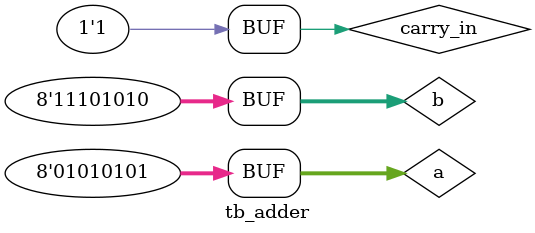
<source format=v>
module bitadder(
  input [7:0] a,
  input [7:0] b,
  input carry_in,
  output reg [7:0] sum,
  output reg carry_out
);
reg carry;
integer i;

always @(*) begin
  carry = carry_in;
  for (i = 0; i < 8; i = i + 1) begin
    sum[i] = a[i] ^ b[i] ^ carry;
    carry = (a[i] & b[i]) | (a[i] & carry) | (b[i] & carry);
  end
  carry_out = carry;
end
endmodule

module tb_adder;
reg[7:0] a, b;
reg carry_in;
wire [7:0] sum;
wire carry_out;

bitadder uut(
  .a(a),
  .b(b),
  .carry_in(carry_in),
  .sum(sum),
  .carry_out(carry_out)
);
initial begin
  $dumpfile("8bitadder.vcd");
  $dumpvars(0, tb_adder);

  $display("Test Cases");
  // Test Case 1
  a = 8'b01101101; b = 8'b10110010; carry_in = 0;
  $monitor("%0t. %b  %b (%b)  %b (%b)",  $time, a, b, carry_in, sum, carry_out);
  #10
  // Test Case 2
  a = 8'b11010110; b = 8'b01010101; carry_in = 0;
  #10

  // Test Case 3
  a = 8'b11111111; b = 8'b00000001; carry_in = 0;
  #10

  // Test Case 4
  a = 8'b10011001; b = 8'b01101100; carry_in = 1;
  #10

  // Test Case 5
  a = 8'b01010101; b = 8'b11101010; carry_in = 1;

end
endmodule


</source>
